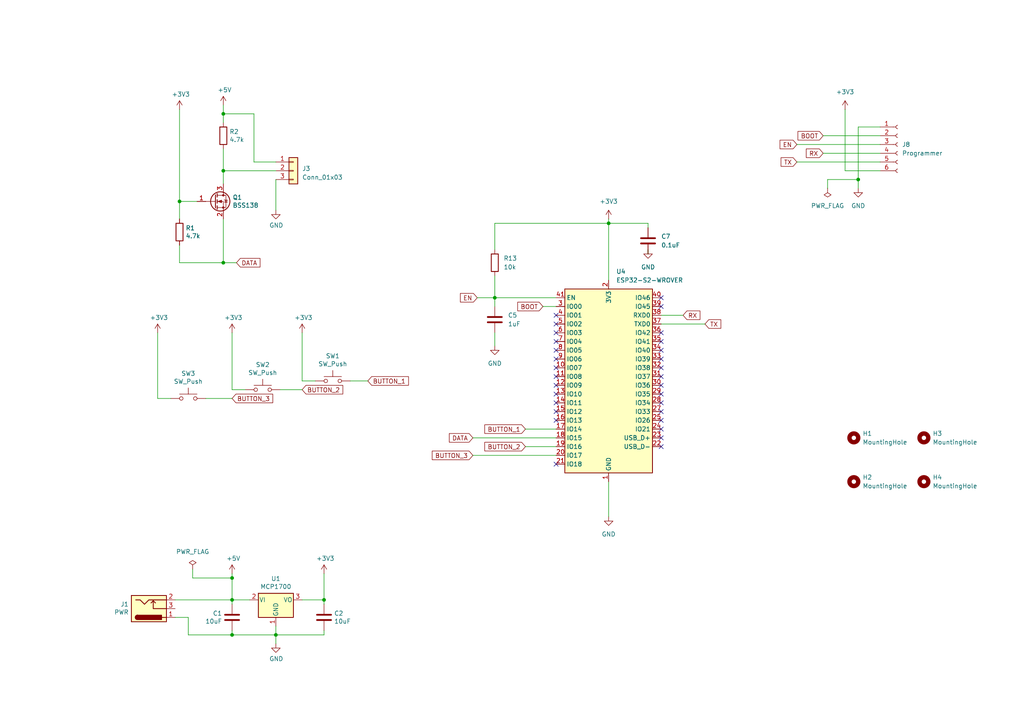
<source format=kicad_sch>
(kicad_sch (version 20231120) (generator "eeschema") (generator_version "8.0")
  (paper "A4")
  (lib_symbols
    (symbol "Connector:Barrel_Jack_Switch" (pin_names hide)
      (property "Reference" "J" (at 0 5.334 0))
      (property "Value" "Barrel_Jack_Switch" (at 0 -5.08 0))
      (symbol "Barrel_Jack_Switch_0_1"
        (rectangle (start -5.08 3.81) (end 5.08 -3.81) (stroke (width 0.254)) (fill (type background)))
        (arc (start -3.302 3.175) (mid -3.9343 2.54) (end -3.302 1.905) (stroke (width 0.254)))
        (arc (start -3.302 3.175) (mid -3.9343 2.54) (end -3.302 1.905) (stroke (width 0.254)) (fill (type outline)))
        (polyline (pts (xy 1.27 -2.286) (xy 1.905 -1.651)) (stroke (width 0.254)))
        (polyline (pts (xy 5.08 2.54) (xy 3.81 2.54)) (stroke (width 0.254)))
        (polyline (pts (xy 5.08 0) (xy 1.27 0) (xy 1.27 -2.286) (xy 0.635 -1.651)) (stroke (width 0.254)))
        (polyline (pts (xy -3.81 -2.54) (xy -2.54 -2.54) (xy -1.27 -1.27) (xy 0 -2.54) (xy 2.54 -2.54) (xy 5.08 -2.54)) (stroke (width 0.254)))
        (rectangle (start 3.683 3.175) (end -3.302 1.905) (stroke (width 0.254)) (fill (type outline)))
      )
      (symbol "Barrel_Jack_Switch_1_1"
        (pin passive line (at 7.62 2.54 180) (length 2.54) (name "~") (number "1"))
        (pin passive line (at 7.62 -2.54 180) (length 2.54) (name "~") (number "2"))
        (pin passive line (at 7.62 0 180) (length 2.54) (name "~") (number "3"))
      )
    )
    (symbol "Connector:Conn_01x06_Socket" (pin_names (offset 1.016) hide)
      (property "Reference" "J" (at 0 7.62 0))
      (property "Value" "Conn_01x06_Socket" (at 0 -10.16 0))
      (symbol "Conn_01x06_Socket_1_1"
        (arc (start 0 -7.112) (mid -0.5058 -7.62) (end 0 -8.128) (stroke (width 0.1524)))
        (arc (start 0 -4.572) (mid -0.5058 -5.08) (end 0 -5.588) (stroke (width 0.1524)))
        (arc (start 0 -2.032) (mid -0.5058 -2.54) (end 0 -3.048) (stroke (width 0.1524)))
        (polyline (pts (xy -1.27 -7.62) (xy -0.508 -7.62)) (stroke (width 0.1524)))
        (polyline (pts (xy -1.27 -5.08) (xy -0.508 -5.08)) (stroke (width 0.1524)))
        (polyline (pts (xy -1.27 -2.54) (xy -0.508 -2.54)) (stroke (width 0.1524)))
        (polyline (pts (xy -1.27 0) (xy -0.508 0)) (stroke (width 0.1524)))
        (polyline (pts (xy -1.27 2.54) (xy -0.508 2.54)) (stroke (width 0.1524)))
        (polyline (pts (xy -1.27 5.08) (xy -0.508 5.08)) (stroke (width 0.1524)))
        (arc (start 0 0.508) (mid -0.5058 0) (end 0 -0.508) (stroke (width 0.1524)))
        (arc (start 0 3.048) (mid -0.5058 2.54) (end 0 2.032) (stroke (width 0.1524)))
        (arc (start 0 5.588) (mid -0.5058 5.08) (end 0 4.572) (stroke (width 0.1524)))
        (pin passive line (at -5.08 5.08 0) (length 3.81) (name "Pin_1") (number "1"))
        (pin passive line (at -5.08 2.54 0) (length 3.81) (name "Pin_2") (number "2"))
        (pin passive line (at -5.08 0 0) (length 3.81) (name "Pin_3") (number "3"))
        (pin passive line (at -5.08 -2.54 0) (length 3.81) (name "Pin_4") (number "4"))
        (pin passive line (at -5.08 -5.08 0) (length 3.81) (name "Pin_5") (number "5"))
        (pin passive line (at -5.08 -7.62 0) (length 3.81) (name "Pin_6") (number "6"))
      )
    )
    (symbol "Connector_Generic:Conn_01x03" (pin_names (offset 1.016) hide)
      (property "Reference" "J" (at 0 5.08 0))
      (property "Value" "Conn_01x03" (at 0 -5.08 0))
      (symbol "Conn_01x03_1_1"
        (rectangle (start -1.27 -2.413) (end 0 -2.667) (stroke (width 0.1524)))
        (rectangle (start -1.27 0.127) (end 0 -0.127) (stroke (width 0.1524)))
        (rectangle (start -1.27 2.667) (end 0 2.413) (stroke (width 0.1524)))
        (rectangle (start -1.27 3.81) (end 1.27 -3.81) (stroke (width 0.254)) (fill (type background)))
        (pin passive line (at -5.08 2.54 0) (length 3.81) (name "Pin_1") (number "1"))
        (pin passive line (at -5.08 0 0) (length 3.81) (name "Pin_2") (number "2"))
        (pin passive line (at -5.08 -2.54 0) (length 3.81) (name "Pin_3") (number "3"))
      )
    )
    (symbol "Device:C" (pin_numbers hide) (pin_names (offset 0.254))
      (property "Reference" "C" (at 0.635 2.54 0))
      (property "Value" "C" (at 0.635 -2.54 0))
      (symbol "C_0_1"
        (polyline (pts (xy -2.032 -0.762) (xy 2.032 -0.762)) (stroke (width 0.508)))
        (polyline (pts (xy -2.032 0.762) (xy 2.032 0.762)) (stroke (width 0.508)))
      )
      (symbol "C_1_1"
        (pin passive line (at 0 3.81 270) (length 2.794) (name "~") (number "1"))
        (pin passive line (at 0 -3.81 90) (length 2.794) (name "~") (number "2"))
      )
    )
    (symbol "Device:R" (pin_numbers hide) (pin_names (offset 0))
      (property "Reference" "R" (at 2.032 0 90))
      (property "Value" "R" (at 0 0 90))
      (symbol "R_0_1"
        (rectangle (start -1.016 -2.54) (end 1.016 2.54) (stroke (width 0.254)))
      )
      (symbol "R_1_1"
        (pin passive line (at 0 3.81 270) (length 1.27) (name "~") (number "1"))
        (pin passive line (at 0 -3.81 90) (length 1.27) (name "~") (number "2"))
      )
    )
    (symbol "Lamp-rescue:+3.3V-power" (power) (pin_names (offset 0))
      (property "Value" "+3.3V-power" (at 0 3.556 0))
      (symbol "+3.3V-power_0_1"
        (polyline (pts (xy -0.762 1.27) (xy 0 2.54)))
        (polyline (pts (xy 0 0) (xy 0 2.54)))
        (polyline (pts (xy 0 2.54) (xy 0.762 1.27)))
      )
      (symbol "+3.3V-power_1_1"
        (pin power_in line (at 0 0 90) (length 0) hide (name "+3V3") (number "1"))
      )
    )
    (symbol "Lamp-rescue:MCP1700-3302E_SOT89-Regulator_Linear" (pin_names (offset 0.254))
      (property "Reference" "U" (at -3.81 3.175 0))
      (property "Value" "Regulator_Linear_MCP1700-3302E_SOT89" (at 0 3.175 0))
      (symbol "MCP1700-3302E_SOT89-Regulator_Linear_0_1"
        (rectangle (start -5.08 -5.08) (end 5.08 1.905) (stroke (width 0.254)) (fill (type background)))
      )
      (symbol "MCP1700-3302E_SOT89-Regulator_Linear_1_1"
        (pin power_in line (at 0 -7.62 90) (length 2.54) (name "GND") (number "1"))
        (pin power_in line (at -7.62 0 0) (length 2.54) (name "VI") (number "2"))
        (pin power_out line (at 7.62 0 180) (length 2.54) (name "VO") (number "3"))
      )
    )
    (symbol "Mechanical:MountingHole" (pin_names (offset 1.016)) (exclude_from_sim yes) (in_bom no)
      (property "Reference" "H" (at 0 5.08 0))
      (property "Value" "MountingHole" (at 0 3.175 0))
      (symbol "MountingHole_0_1"
        (circle (center 0 0) (radius 1.27) (stroke (width 1.27)))
      )
    )
    (symbol "RF_Module:ESP32-S2-WROVER"
      (property "Reference" "U" (at -12.7 29.21 0))
      (property "Value" "ESP32-S2-WROVER" (at 2.54 29.21 0))
      (symbol "ESP32-S2-WROVER_0_1"
        (rectangle (start -12.7 27.94) (end 12.7 -25.4) (stroke (width 0.254)) (fill (type background)))
      )
      (symbol "ESP32-S2-WROVER_1_1"
        (pin power_in line (at 0 -27.94 90) (length 2.54) (name "GND") (number "1"))
        (pin bidirectional line (at -15.24 5.08 0) (length 2.54) (name "IO07") (number "10"))
        (pin bidirectional line (at -15.24 2.54 0) (length 2.54) (name "IO08") (number "11"))
        (pin bidirectional line (at -15.24 0 0) (length 2.54) (name "IO09") (number "12"))
        (pin bidirectional line (at -15.24 -2.54 0) (length 2.54) (name "IO10") (number "13"))
        (pin bidirectional line (at -15.24 -5.08 0) (length 2.54) (name "IO11") (number "14"))
        (pin bidirectional line (at -15.24 -7.62 0) (length 2.54) (name "IO12") (number "15"))
        (pin bidirectional line (at -15.24 -10.16 0) (length 2.54) (name "IO13") (number "16"))
        (pin bidirectional line (at -15.24 -12.7 0) (length 2.54) (name "IO14") (number "17"))
        (pin bidirectional line (at -15.24 -15.24 0) (length 2.54) (name "IO15") (number "18"))
        (pin bidirectional line (at -15.24 -17.78 0) (length 2.54) (name "IO16") (number "19"))
        (pin power_in line (at 0 30.48 270) (length 2.54) (name "3V3") (number "2"))
        (pin bidirectional line (at -15.24 -20.32 0) (length 2.54) (name "IO17") (number "20"))
        (pin bidirectional line (at -15.24 -22.86 0) (length 2.54) (name "IO18") (number "21"))
        (pin bidirectional line (at 15.24 -17.78 180) (length 2.54) (name "USB_D-") (number "22"))
        (pin bidirectional line (at 15.24 -15.24 180) (length 2.54) (name "USB_D+") (number "23"))
        (pin bidirectional line (at 15.24 -12.7 180) (length 2.54) (name "IO21") (number "24"))
        (pin bidirectional line (at 15.24 -10.16 180) (length 2.54) (name "IO26") (number "25"))
        (pin passive line (at 0 -27.94 90) (length 2.54) hide (name "GND") (number "26"))
        (pin bidirectional line (at 15.24 -7.62 180) (length 2.54) (name "IO33") (number "27"))
        (pin bidirectional line (at 15.24 -5.08 180) (length 2.54) (name "IO34") (number "28"))
        (pin bidirectional line (at 15.24 -2.54 180) (length 2.54) (name "IO35") (number "29"))
        (pin bidirectional line (at -15.24 22.86 0) (length 2.54) (name "IO00") (number "3"))
        (pin bidirectional line (at 15.24 0 180) (length 2.54) (name "IO36") (number "30"))
        (pin bidirectional line (at 15.24 2.54 180) (length 2.54) (name "IO37") (number "31"))
        (pin bidirectional line (at 15.24 5.08 180) (length 2.54) (name "IO38") (number "32"))
        (pin bidirectional line (at 15.24 7.62 180) (length 2.54) (name "IO39") (number "33"))
        (pin bidirectional line (at 15.24 10.16 180) (length 2.54) (name "IO40") (number "34"))
        (pin bidirectional line (at 15.24 12.7 180) (length 2.54) (name "IO41") (number "35"))
        (pin bidirectional line (at 15.24 15.24 180) (length 2.54) (name "IO42") (number "36"))
        (pin bidirectional line (at 15.24 17.78 180) (length 2.54) (name "TXD0") (number "37"))
        (pin bidirectional line (at 15.24 20.32 180) (length 2.54) (name "RXD0") (number "38"))
        (pin bidirectional line (at 15.24 22.86 180) (length 2.54) (name "IO45") (number "39"))
        (pin bidirectional line (at -15.24 20.32 0) (length 2.54) (name "IO01") (number "4"))
        (pin input line (at 15.24 25.4 180) (length 2.54) (name "IO46") (number "40"))
        (pin input line (at -15.24 25.4 0) (length 2.54) (name "EN") (number "41"))
        (pin passive line (at 0 -27.94 90) (length 2.54) hide (name "GND") (number "42"))
        (pin passive line (at 0 -27.94 90) (length 2.54) hide (name "GND") (number "43"))
        (pin bidirectional line (at -15.24 17.78 0) (length 2.54) (name "IO02") (number "5"))
        (pin bidirectional line (at -15.24 15.24 0) (length 2.54) (name "IO03") (number "6"))
        (pin bidirectional line (at -15.24 12.7 0) (length 2.54) (name "IO04") (number "7"))
        (pin bidirectional line (at -15.24 10.16 0) (length 2.54) (name "IO05") (number "8"))
        (pin bidirectional line (at -15.24 7.62 0) (length 2.54) (name "IO06") (number "9"))
      )
    )
    (symbol "Switch:SW_Push" (pin_numbers hide) (pin_names (offset 1.016) hide)
      (property "Reference" "SW" (at 1.27 2.54 0))
      (property "Value" "SW_Push" (at 0 -1.524 0))
      (symbol "SW_Push_0_1"
        (circle (center -2.032 0) (radius 0.508))
        (polyline (pts (xy 0 1.27) (xy 0 3.048)))
        (polyline (pts (xy 2.54 1.27) (xy -2.54 1.27)))
        (circle (center 2.032 0) (radius 0.508))
        (pin passive line (at -5.08 0 0) (length 2.54) (name "1") (number "1"))
        (pin passive line (at 5.08 0 180) (length 2.54) (name "2") (number "2"))
      )
    )
    (symbol "Transistor_FET:BSS138" (pin_names hide)
      (property "Reference" "Q" (at 5.08 1.905 0))
      (property "Value" "BSS138" (at 5.08 0 0))
      (symbol "BSS138_0_1"
        (polyline (pts (xy 0.254 0) (xy -2.54 0)))
        (polyline (pts (xy 0.254 1.905) (xy 0.254 -1.905)) (stroke (width 0.254)))
        (polyline (pts (xy 0.762 -1.27) (xy 0.762 -2.286)) (stroke (width 0.254)))
        (polyline (pts (xy 0.762 0.508) (xy 0.762 -0.508)) (stroke (width 0.254)))
        (polyline (pts (xy 0.762 2.286) (xy 0.762 1.27)) (stroke (width 0.254)))
        (polyline (pts (xy 2.54 2.54) (xy 2.54 1.778)))
        (polyline (pts (xy 2.54 -2.54) (xy 2.54 0) (xy 0.762 0)))
        (polyline (pts (xy 0.762 -1.778) (xy 3.302 -1.778) (xy 3.302 1.778) (xy 0.762 1.778)))
        (polyline (pts (xy 1.016 0) (xy 2.032 0.381) (xy 2.032 -0.381) (xy 1.016 0)) (fill (type outline)))
        (polyline (pts (xy 2.794 0.508) (xy 2.921 0.381) (xy 3.683 0.381) (xy 3.81 0.254)))
        (polyline (pts (xy 3.302 0.381) (xy 2.921 -0.254) (xy 3.683 -0.254) (xy 3.302 0.381)))
        (circle (center 1.651 0) (radius 2.794) (stroke (width 0.254)))
        (circle (center 2.54 -1.778) (radius 0.254) (fill (type outline)))
        (circle (center 2.54 1.778) (radius 0.254) (fill (type outline)))
      )
      (symbol "BSS138_1_1"
        (pin input line (at -5.08 0 0) (length 2.54) (name "G") (number "1"))
        (pin passive line (at 2.54 -5.08 90) (length 2.54) (name "S") (number "2"))
        (pin passive line (at 2.54 5.08 270) (length 2.54) (name "D") (number "3"))
      )
    )
    (symbol "power:+3V3" (power) (pin_numbers hide) (pin_names (offset 0) hide)
      (property "Value" "+3V3" (at 0 3.556 0))
      (symbol "+3V3_0_1"
        (polyline (pts (xy -0.762 1.27) (xy 0 2.54)))
        (polyline (pts (xy 0 0) (xy 0 2.54)))
        (polyline (pts (xy 0 2.54) (xy 0.762 1.27)))
      )
      (symbol "+3V3_1_1"
        (pin power_in line (at 0 0 90) (length 0) (name "~") (number "1"))
      )
    )
    (symbol "power:+5V" (power) (pin_names (offset 0))
      (property "Value" "+5V" (at 0 3.556 0))
      (symbol "+5V_0_1"
        (polyline (pts (xy -0.762 1.27) (xy 0 2.54)))
        (polyline (pts (xy 0 0) (xy 0 2.54)))
        (polyline (pts (xy 0 2.54) (xy 0.762 1.27)))
      )
      (symbol "+5V_1_1"
        (pin power_in line (at 0 0 90) (length 0) hide (name "+5V") (number "1"))
      )
    )
    (symbol "power:GND" (power) (pin_names (offset 0))
      (property "Value" "GND" (at 0 -3.81 0))
      (symbol "GND_0_1"
        (polyline (pts (xy 0 0) (xy 0 -1.27) (xy 1.27 -1.27) (xy 0 -2.54) (xy -1.27 -1.27) (xy 0 -1.27)))
      )
      (symbol "GND_1_1"
        (pin power_in line (at 0 0 270) (length 0) hide (name "GND") (number "1"))
      )
    )
    (symbol "power:PWR_FLAG" (power) (pin_numbers hide) (pin_names (offset 0) hide)
      (property "Value" "PWR_FLAG" (at 0 3.81 0))
      (symbol "PWR_FLAG_0_0"
        (pin power_out line (at 0 0 90) (length 0) (name "~") (number "1"))
      )
      (symbol "PWR_FLAG_0_1"
        (polyline (pts (xy 0 0) (xy 0 1.27) (xy -1.016 1.905) (xy 0 2.54) (xy 1.016 1.905) (xy 0 1.27)))
      )
    )
  )
  (junction (at 248.92 52.07))
  (junction (at 64.77 33.02))
  (junction (at 143.51 86.36))
  (junction (at 64.77 76.2))
  (junction (at 67.31 184.15))
  (junction (at 93.98 173.99))
  (junction (at 52.07 58.42))
  (junction (at 67.31 173.99))
  (junction (at 80.01 184.15))
  (junction (at 176.53 64.77))
  (junction (at 64.77 49.53))
  (junction (at 67.31 167.64))
  (no_connect (at 161.29 111.76))
  (no_connect (at 191.77 106.68))
  (no_connect (at 191.77 111.76))
  (no_connect (at 191.77 127))
  (no_connect (at 161.29 101.6))
  (no_connect (at 161.29 121.92))
  (no_connect (at 191.77 88.9))
  (no_connect (at 191.77 116.84))
  (no_connect (at 191.77 104.14))
  (no_connect (at 191.77 114.3))
  (no_connect (at 161.29 91.44))
  (no_connect (at 161.29 99.06))
  (no_connect (at 161.29 114.3))
  (no_connect (at 161.29 106.68))
  (no_connect (at 191.77 101.6))
  (no_connect (at 191.77 129.54))
  (no_connect (at 161.29 134.62))
  (no_connect (at 191.77 109.22))
  (no_connect (at 191.77 86.36))
  (no_connect (at 161.29 93.98))
  (no_connect (at 191.77 119.38))
  (no_connect (at 161.29 116.84))
  (no_connect (at 161.29 104.14))
  (no_connect (at 191.77 96.52))
  (no_connect (at 191.77 121.92))
  (no_connect (at 191.77 99.06))
  (no_connect (at 161.29 96.52))
  (no_connect (at 161.29 119.38))
  (no_connect (at 191.77 124.46))
  (no_connect (at 161.29 109.22))
  (wire (pts (xy 93.98 184.15) (xy 80.01 184.15)))
  (wire (pts (xy 80.01 52.07) (xy 80.01 60.96)))
  (wire (pts (xy 238.76 44.45) (xy 255.27 44.45)))
  (wire (pts (xy 80.01 46.99) (xy 73.66 46.99)))
  (wire (pts (xy 45.72 96.52) (xy 45.72 115.57)))
  (wire (pts (xy 80.01 184.15) (xy 80.01 186.69)))
  (wire (pts (xy 67.31 173.99) (xy 72.39 173.99)))
  (wire (pts (xy 101.6 110.49) (xy 106.68 110.49)))
  (wire (pts (xy 87.63 173.99) (xy 93.98 173.99)))
  (wire (pts (xy 191.77 91.44) (xy 198.12 91.44)))
  (wire (pts (xy 55.88 165.1) (xy 55.88 167.64)))
  (wire (pts (xy 52.07 71.12) (xy 52.07 76.2)))
  (wire (pts (xy 54.61 179.07) (xy 54.61 184.15)))
  (wire (pts (xy 138.43 86.36) (xy 143.51 86.36)))
  (wire (pts (xy 248.92 36.83) (xy 248.92 52.07)))
  (wire (pts (xy 143.51 80.01) (xy 143.51 86.36)))
  (wire (pts (xy 187.96 66.04) (xy 187.96 64.77)))
  (wire (pts (xy 176.53 63.5) (xy 176.53 64.77)))
  (wire (pts (xy 157.48 88.9) (xy 161.29 88.9)))
  (wire (pts (xy 67.31 184.15) (xy 80.01 184.15)))
  (wire (pts (xy 81.28 113.03) (xy 87.63 113.03)))
  (wire (pts (xy 240.03 52.07) (xy 248.92 52.07)))
  (wire (pts (xy 187.96 73.66) (xy 187.96 72.39)))
  (wire (pts (xy 67.31 175.26) (xy 67.31 173.99)))
  (wire (pts (xy 255.27 49.53) (xy 245.11 49.53)))
  (wire (pts (xy 59.69 115.57) (xy 67.31 115.57)))
  (wire (pts (xy 245.11 31.75) (xy 245.11 49.53)))
  (wire (pts (xy 238.76 39.37) (xy 255.27 39.37)))
  (wire (pts (xy 68.58 76.2) (xy 64.77 76.2)))
  (wire (pts (xy 93.98 182.88) (xy 93.98 184.15)))
  (wire (pts (xy 137.16 127) (xy 161.29 127)))
  (wire (pts (xy 64.77 49.53) (xy 64.77 53.34)))
  (wire (pts (xy 152.4 129.54) (xy 161.29 129.54)))
  (wire (pts (xy 231.14 46.99) (xy 255.27 46.99)))
  (wire (pts (xy 67.31 166.37) (xy 67.31 167.64)))
  (wire (pts (xy 67.31 96.52) (xy 67.31 113.03)))
  (wire (pts (xy 248.92 52.07) (xy 248.92 54.61)))
  (wire (pts (xy 143.51 86.36) (xy 161.29 86.36)))
  (wire (pts (xy 73.66 46.99) (xy 73.66 33.02)))
  (wire (pts (xy 176.53 64.77) (xy 187.96 64.77)))
  (wire (pts (xy 93.98 173.99) (xy 93.98 175.26)))
  (wire (pts (xy 191.77 93.98) (xy 204.47 93.98)))
  (wire (pts (xy 93.98 173.99) (xy 93.98 166.37)))
  (wire (pts (xy 52.07 31.75) (xy 52.07 58.42)))
  (wire (pts (xy 176.53 139.7) (xy 176.53 149.86)))
  (wire (pts (xy 55.88 167.64) (xy 67.31 167.64)))
  (wire (pts (xy 231.14 41.91) (xy 255.27 41.91)))
  (wire (pts (xy 143.51 86.36) (xy 143.51 88.9)))
  (wire (pts (xy 143.51 64.77) (xy 176.53 64.77)))
  (wire (pts (xy 152.4 124.46) (xy 161.29 124.46)))
  (wire (pts (xy 240.03 54.61) (xy 240.03 52.07)))
  (wire (pts (xy 87.63 96.52) (xy 87.63 110.49)))
  (wire (pts (xy 67.31 167.64) (xy 67.31 173.99)))
  (wire (pts (xy 52.07 63.5) (xy 52.07 58.42)))
  (wire (pts (xy 176.53 64.77) (xy 176.53 81.28)))
  (wire (pts (xy 67.31 113.03) (xy 71.12 113.03)))
  (wire (pts (xy 64.77 49.53) (xy 80.01 49.53)))
  (wire (pts (xy 50.8 173.99) (xy 67.31 173.99)))
  (wire (pts (xy 143.51 96.52) (xy 143.51 100.33)))
  (wire (pts (xy 64.77 30.48) (xy 64.77 33.02)))
  (wire (pts (xy 248.92 36.83) (xy 255.27 36.83)))
  (wire (pts (xy 54.61 184.15) (xy 67.31 184.15)))
  (wire (pts (xy 52.07 58.42) (xy 57.15 58.42)))
  (wire (pts (xy 52.07 76.2) (xy 64.77 76.2)))
  (wire (pts (xy 87.63 110.49) (xy 91.44 110.49)))
  (wire (pts (xy 143.51 64.77) (xy 143.51 72.39)))
  (wire (pts (xy 45.72 115.57) (xy 49.53 115.57)))
  (wire (pts (xy 64.77 33.02) (xy 64.77 35.56)))
  (wire (pts (xy 67.31 182.88) (xy 67.31 184.15)))
  (wire (pts (xy 137.16 132.08) (xy 161.29 132.08)))
  (wire (pts (xy 64.77 76.2) (xy 64.77 63.5)))
  (wire (pts (xy 73.66 33.02) (xy 64.77 33.02)))
  (wire (pts (xy 50.8 179.07) (xy 54.61 179.07)))
  (wire (pts (xy 80.01 181.61) (xy 80.01 184.15)))
  (wire (pts (xy 64.77 43.18) (xy 64.77 49.53)))
  (global_label "TX" (shape input) (at 231.14 46.99 180) (property "Intersheetrefs" "${INTERSHEET_REFS}" (effects (hide yes))))
  (global_label "BOOT" (shape input) (at 157.48 88.9 180) (property "Intersheetrefs" "${INTERSHEET_REFS}" (effects (hide yes))))
  (global_label "BOOT" (shape input) (at 238.76 39.37 180) (property "Intersheetrefs" "${INTERSHEET_REFS}" (effects (hide yes))))
  (global_label "BUTTON_1" (shape input) (at 152.4 124.46 180) (property "Intersheetrefs" "${INTERSHEET_REFS}" (effects (hide yes))))
  (global_label "TX" (shape input) (at 204.47 93.98 0) (property "Intersheetrefs" "${INTERSHEET_REFS}" (effects (hide yes))))
  (global_label "BUTTON_3" (shape input) (at 137.16 132.08 180) (property "Intersheetrefs" "${INTERSHEET_REFS}" (effects (hide yes))))
  (global_label "BUTTON_2" (shape input) (at 152.4 129.54 180) (property "Intersheetrefs" "${INTERSHEET_REFS}" (effects (hide yes))))
  (global_label "BUTTON_2" (shape input) (at 87.63 113.03 0) (property "Intersheetrefs" "${INTERSHEET_REFS}" (effects (hide yes))))
  (global_label "BUTTON_3" (shape input) (at 67.31 115.57 0) (property "Intersheetrefs" "${INTERSHEET_REFS}" (effects (hide yes))))
  (global_label "DATA" (shape input) (at 68.58 76.2 0) (property "Intersheetrefs" "${INTERSHEET_REFS}" (effects (hide yes))))
  (global_label "EN" (shape input) (at 138.43 86.36 180) (property "Intersheetrefs" "${INTERSHEET_REFS}" (effects (hide yes))))
  (global_label "RX" (shape input) (at 198.12 91.44 0) (property "Intersheetrefs" "${INTERSHEET_REFS}" (effects (hide yes))))
  (global_label "BUTTON_1" (shape input) (at 106.68 110.49 0) (property "Intersheetrefs" "${INTERSHEET_REFS}" (effects (hide yes))))
  (global_label "DATA" (shape input) (at 137.16 127 180) (property "Intersheetrefs" "${INTERSHEET_REFS}" (effects (hide yes))))
  (global_label "EN" (shape input) (at 231.14 41.91 180) (property "Intersheetrefs" "${INTERSHEET_REFS}" (effects (hide yes))))
  (global_label "RX" (shape input) (at 238.76 44.45 180) (property "Intersheetrefs" "${INTERSHEET_REFS}" (effects (hide yes))))
  (symbol (lib_id "Mechanical:MountingHole") (at 267.97 127 0) (unit 1) (exclude_from_sim yes) (in_bom no)
    (property "Reference" "H3" (at 270.51 125.7299 0) (effects (justify left)))
    (property "Value" "MountingHole" (at 270.51 128.2699 0) (effects (justify left)))
    (property "Footprint" "MountingHole:MountingHole_3mm" (effects (hide yes)))
    (property "Description" "Mounting Hole without connection" (effects (hide yes)))
  )
  (symbol (lib_id "Lamp-rescue:MCP1700-3302E_SOT89-Regulator_Linear") (at 80.01 173.99 0) (unit 1)
    (property "Reference" "U1" (at 80.01 167.8432 0))
    (property "Value" "MCP1700" (at 80.01 170.1546 0))
    (property "Footprint" "Package_TO_SOT_SMD:SOT-89-3" (effects (hide yes)))
    (property "Datasheet" "http://ww1.microchip.com/downloads/en/DeviceDoc/20001826C.pdf" (effects (hide yes)))
  )
  (symbol (lib_id "power:+5V") (at 67.31 166.37 0) (unit 1)
    (property "Reference" "#PWR02" (effects (hide yes)))
    (property "Value" "+5V" (at 67.691 161.9758 0))
  )
  (symbol (lib_id "power:PWR_FLAG") (at 55.88 165.1 0) (unit 1)
    (property "Reference" "#FLG01" (effects (hide yes)))
    (property "Value" "PWR_FLAG" (at 55.88 160.02 0))
    (property "Description" "Special symbol for telling ERC where power comes from" (effects (hide yes)))
  )
  (symbol (lib_id "Mechanical:MountingHole") (at 247.65 127 0) (unit 1) (exclude_from_sim yes) (in_bom no)
    (property "Reference" "H1" (at 250.19 125.7299 0) (effects (justify left)))
    (property "Value" "MountingHole" (at 250.19 128.2699 0) (effects (justify left)))
    (property "Footprint" "MountingHole:MountingHole_3mm" (effects (hide yes)))
    (property "Description" "Mounting Hole without connection" (effects (hide yes)))
  )
  (symbol (lib_id "Device:R") (at 64.77 39.37 180) (unit 1)
    (property "Reference" "R2" (at 66.548 38.2016 0) (effects (justify right)))
    (property "Value" "4.7k" (at 66.548 40.513 0) (effects (justify right)))
    (property "Footprint" "Capacitor_SMD:C_0805_2012Metric" (effects (hide yes)))
  )
  (symbol (lib_id "RF_Module:ESP32-S2-WROVER") (at 176.53 111.76 0) (unit 1)
    (property "Reference" "U4" (at 178.7241 78.74 0) (effects (justify left)))
    (property "Value" "ESP32-S2-WROVER" (at 178.7241 81.28 0) (effects (justify left)))
    (property "Footprint" "RF_Module:ESP32-S2-WROVER" (effects (hide yes)))
    (property "Datasheet" "https://www.espressif.com/sites/default/files/documentation/esp32-s2-wroom_esp32-s2-wroom-i_datasheet_en.pdf" (effects (hide yes)))
    (property "Description" "RF Module, ESP32-D0WDQ6 SoC, Wi-Fi 802.11b/g/n, 32-bit, 2.7-3.6V, onboard antenna, SMD" (effects (hide yes)))
  )
  (symbol (lib_id "Device:C") (at 93.98 179.07 0) (unit 1)
    (property "Reference" "C2" (at 96.901 177.9016 0) (effects (justify left)))
    (property "Value" "10uF" (at 96.901 180.213 0) (effects (justify left)))
    (property "Footprint" "Capacitor_SMD:C_0805_2012Metric" (effects (hide yes)))
  )
  (symbol (lib_id "Lamp-rescue:+3.3V-power") (at 93.98 166.37 0) (unit 1)
    (property "Reference" "#PWR05" (effects (hide yes)))
    (property "Value" "+3V3" (at 94.361 161.9758 0))
  )
  (symbol (lib_id "Switch:SW_Push") (at 76.2 113.03 0) (unit 1)
    (property "Reference" "SW2" (at 76.2 105.791 0))
    (property "Value" "SW_Push" (at 76.2 108.1024 0))
    (property "Footprint" "Button_Switch_THT:SW_PUSH_6mm" (effects (hide yes)))
  )
  (symbol (lib_id "Transistor_FET:BSS138") (at 62.23 58.42 0) (unit 1)
    (property "Reference" "Q1" (at 67.4624 57.2516 0) (effects (justify left)))
    (property "Value" "BSS138" (at 67.4624 59.563 0) (effects (justify left)))
    (property "Footprint" "Package_TO_SOT_SMD:SOT-23" (effects (hide yes)))
    (property "Datasheet" "https://www.fairchildsemi.com/datasheets/BS/BSS138.pdf" (effects (hide yes)))
  )
  (symbol (lib_id "Lamp-rescue:+3.3V-power") (at 87.63 96.52 0) (unit 1)
    (property "Reference" "#PWR04" (effects (hide yes)))
    (property "Value" "+3V3" (at 88.011 92.1258 0))
  )
  (symbol (lib_id "power:GND") (at 80.01 60.96 0) (unit 1)
    (property "Reference" "#PWR09" (effects (hide yes)))
    (property "Value" "GND" (at 80.137 65.3542 0))
  )
  (symbol (lib_id "power:+5V") (at 64.77 30.48 0) (unit 1)
    (property "Reference" "#PWR06" (effects (hide yes)))
    (property "Value" "+5V" (at 65.151 26.0858 0))
  )
  (symbol (lib_id "Lamp-rescue:+3.3V-power") (at 52.07 31.75 0) (unit 1)
    (property "Reference" "#PWR01" (effects (hide yes)))
    (property "Value" "+3V3" (at 52.451 27.3558 0))
  )
  (symbol (lib_id "Connector:Conn_01x06_Socket") (at 260.35 41.91 0) (unit 1)
    (property "Reference" "J8" (at 261.62 41.9099 0) (effects (justify left)))
    (property "Value" "Programmer" (at 261.62 44.4499 0) (effects (justify left)))
    (property "Footprint" "Connector_PinHeader_2.54mm:PinHeader_1x06_P2.54mm_Vertical" (effects (hide yes)))
    (property "Description" "Generic connector, single row, 01x06, script generated" (effects (hide yes)))
  )
  (symbol (lib_id "Device:C") (at 143.51 92.71 0) (unit 1)
    (property "Reference" "C5" (at 147.32 91.4399 0) (effects (justify left)))
    (property "Value" "1uF" (at 147.32 93.9799 0) (effects (justify left)))
    (property "Footprint" "Capacitor_SMD:C_0805_2012Metric" (effects (hide yes)))
    (property "Description" "Unpolarized capacitor" (effects (hide yes)))
  )
  (symbol (lib_id "power:GND") (at 187.96 72.39 0) (unit 1)
    (property "Reference" "#PWR035" (effects (hide yes)))
    (property "Value" "GND" (at 187.96 77.47 0))
    (property "Description" "Power symbol creates a global label with name \"GND\" , ground" (effects (hide yes)))
  )
  (symbol (lib_id "power:GND") (at 80.01 186.69 0) (unit 1)
    (property "Reference" "#PWR03" (effects (hide yes)))
    (property "Value" "GND" (at 80.137 191.0842 0))
  )
  (symbol (lib_id "Device:R") (at 143.51 76.2 0) (unit 1)
    (property "Reference" "R13" (at 146.05 74.9299 0) (effects (justify left)))
    (property "Value" "10k" (at 146.05 77.4699 0) (effects (justify left)))
    (property "Footprint" "Resistor_SMD:R_0805_2012Metric" (effects (hide yes)))
    (property "Description" "Resistor" (effects (hide yes)))
  )
  (symbol (lib_id "power:GND") (at 143.51 100.33 0) (unit 1)
    (property "Reference" "#PWR030" (effects (hide yes)))
    (property "Value" "GND" (at 143.51 105.41 0))
    (property "Description" "Power symbol creates a global label with name \"GND\" , ground" (effects (hide yes)))
  )
  (symbol (lib_id "Lamp-rescue:+3.3V-power") (at 67.31 96.52 0) (unit 1)
    (property "Reference" "#PWR010" (effects (hide yes)))
    (property "Value" "+3V3" (at 67.691 92.1258 0))
  )
  (symbol (lib_id "Connector_Generic:Conn_01x03") (at 85.09 49.53 0) (unit 1)
    (property "Reference" "J3" (at 87.63 48.895 0) (effects (justify left)))
    (property "Value" "Conn_01x03" (at 87.63 51.435 0) (effects (justify left)))
    (property "Footprint" "Connector_JST:JST_EH_S3B-EH_1x03_P2.50mm_Horizontal" (effects (hide yes)))
  )
  (symbol (lib_id "Mechanical:MountingHole") (at 247.65 139.7 0) (unit 1) (exclude_from_sim yes) (in_bom no)
    (property "Reference" "H2" (at 250.19 138.4299 0) (effects (justify left)))
    (property "Value" "MountingHole" (at 250.19 140.9699 0) (effects (justify left)))
    (property "Footprint" "MountingHole:MountingHole_3mm" (effects (hide yes)))
    (property "Description" "Mounting Hole without connection" (effects (hide yes)))
  )
  (symbol (lib_id "Connector:Barrel_Jack_Switch") (at 43.18 176.53 0) (mirror x) (unit 1)
    (property "Reference" "J1" (at 37.338 175.26 0) (effects (justify right)))
    (property "Value" "PWR" (at 37.338 177.5714 0) (effects (justify right)))
    (property "Footprint" "Connector_BarrelJack:BarrelJack_Horizontal" (effects (hide yes)))
  )
  (symbol (lib_id "power:+3V3") (at 245.11 31.75 0) (unit 1)
    (property "Reference" "#PWR036" (effects (hide yes)))
    (property "Value" "+3V3" (at 245.11 26.67 0))
    (property "Description" "Power symbol creates a global label with name \"+3V3\"" (effects (hide yes)))
  )
  (symbol (lib_id "power:PWR_FLAG") (at 240.03 54.61 180) (unit 1)
    (property "Reference" "#FLG02" (effects (hide yes)))
    (property "Value" "PWR_FLAG" (at 240.03 59.69 0))
    (property "Description" "Special symbol for telling ERC where power comes from" (effects (hide yes)))
  )
  (symbol (lib_id "Device:R") (at 52.07 67.31 180) (unit 1)
    (property "Reference" "R1" (at 53.848 66.1416 0) (effects (justify right)))
    (property "Value" "4.7k" (at 53.848 68.453 0) (effects (justify right)))
    (property "Footprint" "Capacitor_SMD:C_0805_2012Metric" (effects (hide yes)))
  )
  (symbol (lib_id "Switch:SW_Push") (at 54.61 115.57 0) (unit 1)
    (property "Reference" "SW3" (at 54.61 108.331 0))
    (property "Value" "SW_Push" (at 54.61 110.6424 0))
    (property "Footprint" "Button_Switch_THT:SW_PUSH_6mm" (effects (hide yes)))
  )
  (symbol (lib_id "power:GND") (at 176.53 149.86 0) (unit 1)
    (property "Reference" "#PWR034" (effects (hide yes)))
    (property "Value" "GND" (at 176.53 154.94 0))
    (property "Description" "Power symbol creates a global label with name \"GND\" , ground" (effects (hide yes)))
  )
  (symbol (lib_id "Mechanical:MountingHole") (at 267.97 139.7 0) (unit 1) (exclude_from_sim yes) (in_bom no)
    (property "Reference" "H4" (at 270.51 138.4299 0) (effects (justify left)))
    (property "Value" "MountingHole" (at 270.51 140.9699 0) (effects (justify left)))
    (property "Footprint" "MountingHole:MountingHole_3mm" (effects (hide yes)))
    (property "Description" "Mounting Hole without connection" (effects (hide yes)))
  )
  (symbol (lib_id "power:GND") (at 248.92 54.61 0) (unit 1)
    (property "Reference" "#PWR037" (effects (hide yes)))
    (property "Value" "GND" (at 248.92 59.69 0))
    (property "Description" "Power symbol creates a global label with name \"GND\" , ground" (effects (hide yes)))
  )
  (symbol (lib_id "Switch:SW_Push") (at 96.52 110.49 0) (unit 1)
    (property "Reference" "SW1" (at 96.52 103.251 0))
    (property "Value" "SW_Push" (at 96.52 105.5624 0))
    (property "Footprint" "Button_Switch_THT:SW_PUSH_6mm" (effects (hide yes)))
  )
  (symbol (lib_id "Device:C") (at 187.96 69.85 0) (unit 1)
    (property "Reference" "C7" (at 191.77 68.5799 0) (effects (justify left)))
    (property "Value" "0.1uF" (at 191.77 71.1199 0) (effects (justify left)))
    (property "Footprint" "Capacitor_SMD:C_0805_2012Metric" (effects (hide yes)))
    (property "Description" "Unpolarized capacitor" (effects (hide yes)))
  )
  (symbol (lib_id "Device:C") (at 67.31 179.07 0) (unit 1)
    (property "Reference" "C1" (at 64.4144 177.9016 0) (effects (justify right)))
    (property "Value" "10uF" (at 64.4144 180.213 0) (effects (justify right)))
    (property "Footprint" "Capacitor_SMD:C_0805_2012Metric" (effects (hide yes)))
  )
  (symbol (lib_id "power:+3V3") (at 176.53 63.5 0) (unit 1)
    (property "Reference" "#PWR033" (effects (hide yes)))
    (property "Value" "+3V3" (at 176.53 58.42 0))
    (property "Description" "Power symbol creates a global label with name \"+3V3\"" (effects (hide yes)))
  )
  (symbol (lib_id "Lamp-rescue:+3.3V-power") (at 45.72 96.52 0) (unit 1)
    (property "Reference" "#PWR012" (effects (hide yes)))
    (property "Value" "+3V3" (at 46.101 92.1258 0))
  )
)
</source>
